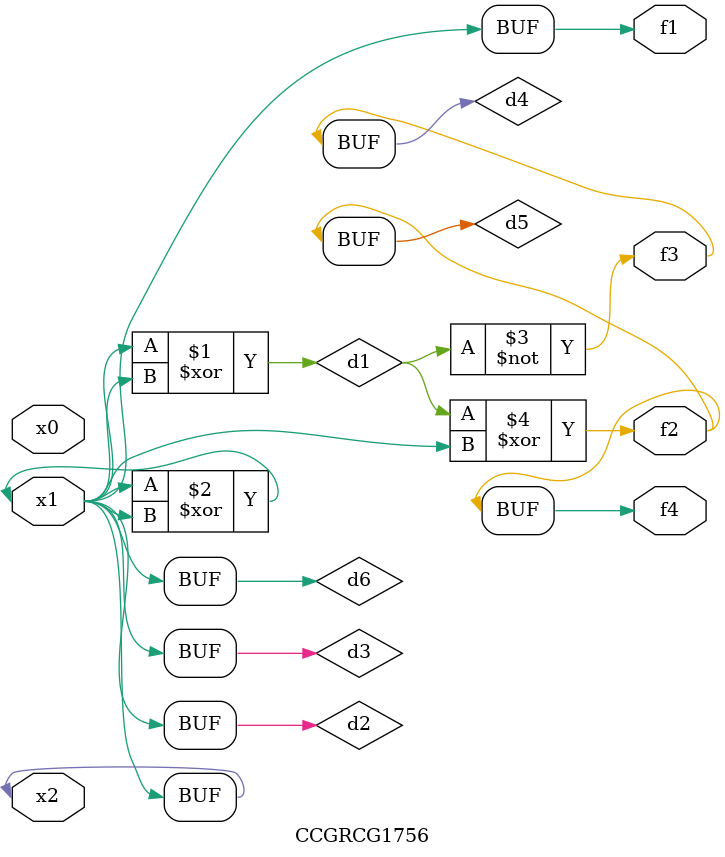
<source format=v>
module CCGRCG1756(
	input x0, x1, x2,
	output f1, f2, f3, f4
);

	wire d1, d2, d3, d4, d5, d6;

	xor (d1, x1, x2);
	buf (d2, x1, x2);
	xor (d3, x1, x2);
	nor (d4, d1);
	xor (d5, d1, d2);
	buf (d6, d2, d3);
	assign f1 = d6;
	assign f2 = d5;
	assign f3 = d4;
	assign f4 = d5;
endmodule

</source>
